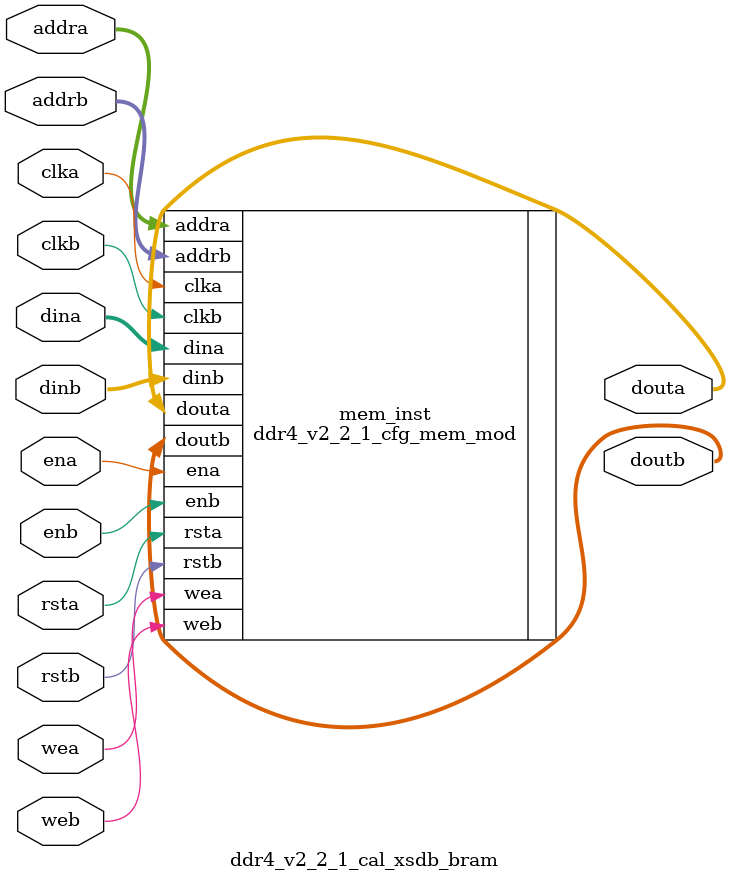
<source format=sv>
/******************************************************************************
// (c) Copyright 2013 - 2014 Xilinx, Inc. All rights reserved.
//
// This file contains confidential and proprietary information
// of Xilinx, Inc. and is protected under U.S. and
// international copyright and other intellectual property
// laws.
//
// DISCLAIMER
// This disclaimer is not a license and does not grant any
// rights to the materials distributed herewith. Except as
// otherwise provided in a valid license issued to you by
// Xilinx, and to the maximum extent permitted by applicable
// law: (1) THESE MATERIALS ARE MADE AVAILABLE "AS IS" AND
// WITH ALL FAULTS, AND XILINX HEREBY DISCLAIMS ALL WARRANTIES
// AND CONDITIONS, EXPRESS, IMPLIED, OR STATUTORY, INCLUDING
// BUT NOT LIMITED TO WARRANTIES OF MERCHANTABILITY, NON-
// INFRINGEMENT, OR FITNESS FOR ANY PARTICULAR PURPOSE; and
// (2) Xilinx shall not be liable (whether in contract or tort,
// including negligence, or under any other theory of
// liability) for any loss or damage of any kind or nature
// related to, arising under or in connection with these
// materials, including for any direct, or any indirect,
// special, incidental, or consequential loss or damage
// (including loss of data, profits, goodwill, or any type of
// loss or damage suffered as a result of any action brought
// by a third party) even if such damage or loss was
// reasonably foreseeable or Xilinx had been advised of the
// possibility of the same.
//
// CRITICAL APPLICATIONS
// Xilinx products are not designed or intended to be fail-
// safe, or for use in any application requiring fail-safe
// performance, such as life-support or safety devices or
// systems, Class III medical devices, nuclear facilities,
// applications related to the deployment of airbags, or any
// other applications that could lead to death, personal
// injury, or severe property or environmental damage
// (individually and collectively, "Critical
// Applications"). Customer assumes the sole risk and
// liability of any use of Xilinx products in Critical
// Applications, subject only to applicable laws and
// regulations governing limitations on product liability.
//
// THIS COPYRIGHT NOTICE AND DISCLAIMER MUST BE RETAINED AS
// PART OF THIS FILE AT ALL TIMES.
******************************************************************************/
//   ____  ____
//  /   /\/   /
// /___/  \  /    Vendor             : Xilinx
// \   \   \/     Version            : 2.0
//  \   \         Application        : MIG
//  /   /         Filename           : ddr4_v2_2_1_cal_xsdb_bram.sv
// /___/   /\     Date Last Modified : $Date: 2015/04/23 $
// \   \  /  \    Date Created       : Tue May 13 2014
//  \___\/\___\
//
// Device           : UltraScale
// Design Name      : DDR4 SDRAM & DDR3 SDRAM
// Purpose          :
//                   ddr4_v2_2_1_cal_xsdb_bram module
// Reference        :
// Revision History :
//*****************************************************************************
`timescale 1ns / 1ps

(* bram_map="yes" *)

module ddr4_v2_2_1_cal_xsdb_bram
    #(	
    
		parameter       	  MEM                        	  =  "DDR4"
		,parameter       	  DBYTES                     	  =  8 //4
		,parameter            START_ADDRESS                   =  18
		,parameter  		  SPREAD_SHEET_VERSION            =  2
		,parameter            RTL_VERSION                     =  0
		,parameter            MEM_CODE                        =  0
		,parameter  		  MEMORY_TYPE                     =  (MEM == "DDR4") ? 2 : 1
		,parameter            MEMORY_CONFIGURATION            =  1
		,parameter            MEMORY_VOLTAGE                  =  1
        ,parameter            CLKFBOUT_MULT_PLL               =  4
        ,parameter            DIVCLK_DIVIDE_PLL               =  1
        ,parameter            CLKOUT0_DIVIDE_PLL              =  1
        ,parameter            CLKFBOUT_MULT_MMCM              =  4
        ,parameter            DIVCLK_DIVIDE_MMCM              =  1
        ,parameter            CLKOUT0_DIVIDE_MMCM             =  4
		,parameter  		  DQBITS	                      =  64
		,parameter			  NIBBLE                          =  DQBITS/4
		,parameter  		  BITS_PER_BYTE                   =  8 //DQBITS/DBYTES
		,parameter  		  SLOTS                   =  1
		,parameter  		  ABITS                           =  10
		,parameter  		  BABITS                          =  2
		,parameter       	  BGBITS              	          =  2
		,parameter       	  CKEBITS                  		  =  4
		,parameter       	  CSBITS             	          =  4
		,parameter       	  ODTBITS                    	  =  4
		,parameter       	  DRAM_WIDTH                 	  =  8      // # of DQ per DQS
		,parameter       	  RANKS                      	  =  4 // 1      //1, 2, 3, or 4
		,parameter            S_HEIGHT                        =  1
		,parameter       	  nCK_PER_CLK                	  =  1      // # of memory CKs per fabric CLK
        ,parameter            tCK                             =  2000		
		,parameter       	  DM_DBI_SETTING             	  =  7     //// 3bits requried all 7
		,parameter            BISC_EN                         =  0
		,parameter       	  USE_CS_PORT             	      =  1     //// 1 bit
		,parameter            EXTRA_CMD_DELAY                 =  0     //// 1 bit
		,parameter            REG_CTRL_ON                     =  0     // RDIMM register control
		,parameter            CA_MIRROR                       =  0     //// 1 bit
		,parameter       	  DQS_GATE                   	  =  7
		,parameter       	  WRLVL                      	  =  7
		,parameter       	  RDLVL                      	  =  7
		,parameter       	  RDLVL_DBI                       =  7
		,parameter       	  WR_DQS_DQ                  	  =  7
		,parameter       	  WR_DQS_DM_DBI                   =  7
		,parameter            WRITE_LAT                       =  7
		,parameter       	  RDLVL_COMPLEX                   =  3     ///2 bits required all 3
		,parameter       	  WR_DQS_COMPLEX                  =  3     ///2 bits required all 3
		,parameter       	  DQS_TRACKING               	  =  3
		,parameter       	  RD_VREF                    	  =  3
		,parameter       	  RD_VREF_PATTERN                 =  3
		,parameter       	  WR_VREF                    	  =  3
		,parameter       	  WR_VREF_PATTERN                 =  3
		,parameter       	  DQS_SAMPLE_CNT             	  =  127
		,parameter       	  WRLVL_SAMPLE_CNT           	  =  255
		,parameter       	  RDLVL_SAMPLE_CNT           	  =  127
		,parameter       	  COMPLEX_LOOP_CNT           	  =  255
		,parameter       	  IODELAY_QTR_CK_TAP_CNT     	  =  255
		,parameter       	  DEBUG_MESSAGES     	          =  0
		,parameter         	  MR0                     		  =  13'b0000000110000
		,parameter         	  MR1                     		  =  13'b0000100000001 //RTT_NOM=RZQ/4 (60 Ohm)
		,parameter         	  MR2                     		  =  13'b0000000011000
		,parameter         	  MR3                     		  =  13'b0000000000000
		,parameter         	  MR4                     		  =  13'b0000000000000
		,parameter         	  MR5                     		  =  13'b0010000000000
		,parameter         	  MR6                     		  =  13'b0100000000000
		,parameter            ODTWR                           = 16'h0000
		,parameter            ODTRD                           = 16'h0000
		,parameter            SLOT0_CONFIG                    = 0     // all 9 bits
		,parameter            SLOT1_CONFIG                    = 0     // all 9 bits
		,parameter            SLOT0_FUNC_CS                   = 0     // all 9 bits
		,parameter            SLOT1_FUNC_CS                   = 0     // all 9 bits
		,parameter            SLOT0_ODD_CS                    = 0     // all 9 bits
		,parameter            SLOT1_ODD_CS                    = 0     // all 9 bits
		,parameter            DDR4_REG_RC03                   = 0     // all 9 bits
		,parameter            DDR4_REG_RC04                   = 0     // all 9 bits
		,parameter            DDR4_REG_RC05                   = 0     // all 9 bits
		,parameter            DDR4_REG_RC3X                   = 0     // all 9 bits
		
		,parameter         	  MR0_0                   		  =  MR0[8:0]
		,parameter         	  MR0_1                   		  =  {5'b0,MR0[12:9]}
		,parameter         	  MR1_0                   		  =  MR1[8:0]
		,parameter         	  MR1_1                   		  =  {5'b0,MR1[12:9]}
		,parameter         	  MR2_0                   	 	  =  MR2[8:0]
		,parameter         	  MR2_1                   		  =  {5'b0,MR2[12:9]}
		,parameter         	  MR3_0                   		  =  MR3[8:0]
		,parameter         	  MR3_1                   		  =  {5'b0,MR3[12:9]}
		,parameter         	  MR4_0                   		  =  MR4[8:0]
		,parameter         	  MR4_1                   		  =  {5'b0,MR4[12:9]}
		,parameter         	  MR5_0                   		  =  MR5[8:0]
		,parameter         	  MR5_1                   		  =  {5'b0,MR5[12:9]}
		,parameter         	  MR6_0                   		  =  MR6[8:0]
		,parameter         	  MR6_1                   		  =  {5'b0,MR6[12:9]}
  
       ,parameter NUM_BRAMS    = 1
	   ,parameter SIZE         = 36 * 1024 * NUM_BRAMS
    // Specify INITs as 9 bit blocks (256 locations per blockRAM)
       ,parameter ADDR_WIDTH   = 16
	   ,parameter DATA_WIDTH   = 9
       ,parameter PIPELINE_REG = 1 
    )
  (
	
		clka,
		clkb,
		ena,
		enb,
		addra,
		addrb,
		dina,
		dinb,
		douta,
		doutb,
		wea,
		web,
		rsta,
		rstb
);
input clka;
input clkb;
input ena;
input enb;
input [ADDR_WIDTH-1:0]addra;
input [ADDR_WIDTH-1:0]addrb;
input [DATA_WIDTH-1:0]dina;
input [DATA_WIDTH-1:0]dinb;
input wea;
input web;
input rsta;
input rstb;
output reg [DATA_WIDTH-1:0]douta;
output reg [DATA_WIDTH-1:0]doutb;


// Initial values to the BlockRam 0
localparam [8:0] mem0_init_0 = {4'b0,START_ADDRESS[4:0]};
localparam [8:0] mem0_init_1 = 9'b0;
localparam [8:0] mem0_init_2 = 9'b0;
localparam [8:0] mem0_init_3 = {5'b0,SPREAD_SHEET_VERSION[3:0]};
localparam [8:0] mem0_init_4 = {6'b0,MEMORY_TYPE[2:0]};
localparam [8:0] mem0_init_5 = {7'b0,RANKS[1:0]};
localparam [8:0] mem0_init_6 = DBYTES[8:0]; // MAN - repeats DBYTES parameter (may hardwire to BYTES for initial SW compatability)
localparam [8:0] mem0_init_7 = NIBBLE[8:0];
localparam [8:0] mem0_init_8 = BITS_PER_BYTE[8:0];
localparam [8:0] mem0_init_9 = 9'b1;
localparam [8:0] mem0_init_10 = 9'b1;
localparam [8:0] mem0_init_11 = 9'b1;
localparam [8:0] mem0_init_12 = SLOTS;
localparam [8:0] mem0_init_13 = 9'b0;
localparam [8:0] mem0_init_14 = 9'b0;
localparam [8:0] mem0_init_15 = 9'b0;
localparam [8:0] mem0_init_16 = 9'b0;
localparam [8:0] mem0_init_17 = 9'b0;
localparam [8:0] mem0_init_18 = RTL_VERSION[8:0];
localparam [8:0] mem0_init_19 = 9'b0;
localparam [8:0] mem0_init_20 = NUM_BRAMS[8:0];
localparam [8:0] mem0_init_21 = {BGBITS[1:0],BABITS[1:0],ABITS[4:0]};
localparam [8:0] mem0_init_22 = {ODTBITS[2:0],CSBITS[2:0],CKEBITS[2:0]};
localparam [8:0] mem0_init_23 = DBYTES[8:0];
localparam [8:0] mem0_init_24 = DRAM_WIDTH[8:0];
localparam [8:0] mem0_init_25 = {CA_MIRROR[0],REG_CTRL_ON[0],EXTRA_CMD_DELAY[0],USE_CS_PORT[0],BISC_EN[0],DM_DBI_SETTING[2:0],nCK_PER_CLK[0]};
localparam [8:0] mem0_init_26 = {RDLVL[2:0],WRLVL[2:0],DQS_GATE[2:0]};
localparam [8:0] mem0_init_27 = {WR_DQS_DM_DBI[2:0],WR_DQS_DQ[2:0],RDLVL_DBI[2:0]};
localparam [8:0] mem0_init_28 = {WR_DQS_COMPLEX[2:0],RDLVL_COMPLEX[2:0],WRITE_LAT[2:0]};
localparam [8:0] mem0_init_29 = {DEBUG_MESSAGES[0],RD_VREF_PATTERN[1:0],WR_VREF_PATTERN[1:0],RD_VREF[1:0],WR_VREF[1:0]};
localparam [8:0] mem0_init_30 = {7'b0,DQS_TRACKING[1:0]};
localparam [8:0] mem0_init_31 = DQS_SAMPLE_CNT[8:0];
localparam [8:0] mem0_init_32 = WRLVL_SAMPLE_CNT[8:0];
localparam [8:0] mem0_init_33 = RDLVL_SAMPLE_CNT[8:0];
localparam [8:0] mem0_init_34 = COMPLEX_LOOP_CNT[8:0];
localparam [8:0] mem0_init_35 = IODELAY_QTR_CK_TAP_CNT[8:0];
localparam [8:0] mem0_init_36 = {5'b0,S_HEIGHT[3:0]};
localparam [8:0] mem0_init_37 = 9'b0;
localparam [8:0] mem0_init_38 = 9'b0;
localparam [8:0] mem0_init_39 = 9'b0;
localparam [8:0] mem0_init_40 = {1'b0, ODTWR[7:0]};
localparam [8:0] mem0_init_41 = {1'b0, ODTWR[15:8]};
localparam [8:0] mem0_init_42 = {1'b0, ODTRD[7:0]};
localparam [8:0] mem0_init_43 = {1'b0, ODTRD[15:8]};
localparam [8:0] mem0_init_44 = SLOT0_CONFIG;
localparam [8:0] mem0_init_45 = SLOT1_CONFIG;
localparam [8:0] mem0_init_46 = SLOT0_FUNC_CS;
localparam [8:0] mem0_init_47 = SLOT1_FUNC_CS;
localparam [8:0] mem0_init_48 = SLOT0_ODD_CS;
localparam [8:0] mem0_init_49 = SLOT1_ODD_CS;
localparam [8:0] mem0_init_50 = DDR4_REG_RC03;
localparam [8:0] mem0_init_51 = DDR4_REG_RC04;
localparam [8:0] mem0_init_52 = DDR4_REG_RC05;
localparam [8:0] mem0_init_53 = DDR4_REG_RC3X;
localparam [8:0] mem0_init_54 = MR0_0[8:0];
localparam [8:0] mem0_init_55 = MR0_1[8:0];
localparam [8:0] mem0_init_56 = MR1_0[8:0];
localparam [8:0] mem0_init_57 = MR1_1[8:0];
localparam [8:0] mem0_init_58 = MR2_0[8:0];
localparam [8:0] mem0_init_59 = MR2_1[8:0];
localparam [8:0] mem0_init_60 = MR3_0[8:0];
localparam [8:0] mem0_init_61 = MR3_1[8:0];
localparam [8:0] mem0_init_62 = MR4_0[8:0];
localparam [8:0] mem0_init_63 = MR4_1[8:0];
localparam [8:0] mem0_init_64 = MR5_0[8:0];
localparam [8:0] mem0_init_65 = MR5_1[8:0];
localparam [8:0] mem0_init_66 = MR6_0[8:0];
localparam [8:0] mem0_init_67 = MR6_1[8:0];
localparam [8:0] mem0_init_68 = 9'b0;
localparam [8:0] mem0_init_69 = tCK[8:0];
localparam [8:0] mem0_init_70 = tCK[16:9];
localparam [8:0] mem0_init_71 = MEMORY_CONFIGURATION[8:0];
localparam [8:0] mem0_init_72 = MEMORY_VOLTAGE[8:0];
localparam [8:0] mem0_init_73 = CLKFBOUT_MULT_PLL[8:0];
localparam [8:0] mem0_init_74 = DIVCLK_DIVIDE_PLL[8:0];
localparam [8:0] mem0_init_75 = CLKFBOUT_MULT_MMCM[8:0];
localparam [8:0] mem0_init_76 = DIVCLK_DIVIDE_MMCM[8:0];
localparam [8:0] mem0_init_77 = 9'b0;
localparam [8:0] mem0_init_78 = 9'b0;
localparam [8:0] mem0_init_79 = 9'b0;
localparam [8:0] mem0_init_80 = 9'b0;
localparam [8:0] mem0_init_81 = 9'b0;
localparam [8:0] mem0_init_82 = 9'b0;
localparam [8:0] mem0_init_83 = 9'b0;
localparam [8:0] mem0_init_84 = 9'b0;
localparam [8:0] mem0_init_85 = 9'b0;
localparam [8:0] mem0_init_86 = 9'b0;
localparam [8:0] mem0_init_87 = 9'b0;
localparam [8:0] mem0_init_88 = 9'b0;
localparam [8:0] mem0_init_89 = 9'b0;
localparam [8:0] mem0_init_90 = 9'b0;
localparam [8:0] mem0_init_91 = 9'b0;
localparam [8:0] mem0_init_92 = 9'b0;
localparam [8:0] mem0_init_93 = 9'b0;
localparam [8:0] mem0_init_94 = 9'b0;
localparam [8:0] mem0_init_95 = 9'b0;
localparam [8:0] mem0_init_96 = 9'b0;
localparam [8:0] mem0_init_97 = 9'b0;
localparam [8:0] mem0_init_98 = 9'b0;
localparam [8:0] mem0_init_99 = 9'b0;
localparam [8:0] mem0_init_100 = 9'b0;
localparam [8:0] mem0_init_101 = 9'b0;
localparam [8:0] mem0_init_102 = 9'b0;
localparam [8:0] mem0_init_103 = 9'b0;
localparam [8:0] mem0_init_104 = 9'b0;
localparam [8:0] mem0_init_105 = 9'b0;
localparam [8:0] mem0_init_106 = 9'b0;
localparam [8:0] mem0_init_107 = 9'b0;
localparam [8:0] mem0_init_108 = 9'b0;
localparam [8:0] mem0_init_109 = 9'b0;
localparam [8:0] mem0_init_110 = 9'b0;
localparam [8:0] mem0_init_111 = 9'b0;
localparam [8:0] mem0_init_112 = 9'b0;
localparam [8:0] mem0_init_113 = 9'b0;
localparam [8:0] mem0_init_114 = 9'b0;
localparam [8:0] mem0_init_115 = 9'b0;
localparam [8:0] mem0_init_116 = 9'b0;
localparam [8:0] mem0_init_117 = 9'b0;
localparam [8:0] mem0_init_118 = 9'b0;
localparam [8:0] mem0_init_119 = 9'b0;
localparam [8:0] mem0_init_120 = 9'b0;
localparam [8:0] mem0_init_121 = 9'b0;
localparam [8:0] mem0_init_122 = 9'b0;
localparam [8:0] mem0_init_123 = 9'b0;
localparam [8:0] mem0_init_124 = 9'b0;
localparam [8:0] mem0_init_125 = 9'b0;
localparam [8:0] mem0_init_126 = 9'b0;
localparam [8:0] mem0_init_127 = 9'b0;
localparam [8:0] mem0_init_128 = 9'b0;
localparam [8:0] mem0_init_129 = 9'b0;
localparam [8:0] mem0_init_130 = 9'b0;
localparam [8:0] mem0_init_131 = 9'b0;
localparam [8:0] mem0_init_132 = 9'b0;
localparam [8:0] mem0_init_133 = 9'b0;
localparam [8:0] mem0_init_134 = 9'b0;
localparam [8:0] mem0_init_135 = 9'b0;
localparam [8:0] mem0_init_136 = 9'b0;
localparam [8:0] mem0_init_137 = 9'b0;
localparam [8:0] mem0_init_138 = 9'b0;
localparam [8:0] mem0_init_139 = 9'b0;
localparam [8:0] mem0_init_140 = 9'b0;
localparam [8:0] mem0_init_141 = 9'b0;
localparam [8:0] mem0_init_142 = 9'b0;
localparam [8:0] mem0_init_143 = 9'b0;
localparam [8:0] mem0_init_144 = 9'b0;
localparam [8:0] mem0_init_145 = 9'b0;
localparam [8:0] mem0_init_146 = 9'b0;
localparam [8:0] mem0_init_147 = 9'b0;
localparam [8:0] mem0_init_148 = 9'b0;
localparam [8:0] mem0_init_149 = 9'b0;
localparam [8:0] mem0_init_150 = 9'b0;
localparam [8:0] mem0_init_151 = 9'b0;
localparam [8:0] mem0_init_152 = 9'b0;
localparam [8:0] mem0_init_153 = 9'b0;
localparam [8:0] mem0_init_154 = 9'b0;
localparam [8:0] mem0_init_155 = 9'b0;
localparam [8:0] mem0_init_156 = 9'b0;
localparam [8:0] mem0_init_157 = 9'b0;
localparam [8:0] mem0_init_158 = 9'b0;
localparam [8:0] mem0_init_159 = 9'b0;
localparam [8:0] mem0_init_160 = 9'b0;
localparam [8:0] mem0_init_161 = 9'b0;
localparam [8:0] mem0_init_162 = 9'b0;
localparam [8:0] mem0_init_163 = 9'b0;
localparam [8:0] mem0_init_164 = 9'b0;
localparam [8:0] mem0_init_165 = 9'b0;
localparam [8:0] mem0_init_166 = 9'b0;
localparam [8:0] mem0_init_167 = 9'b0;
localparam [8:0] mem0_init_168 = 9'b0;
localparam [8:0] mem0_init_169 = 9'b0;
localparam [8:0] mem0_init_170 = 9'b0;
localparam [8:0] mem0_init_171 = 9'b0;
localparam [8:0] mem0_init_172 = 9'b0;
localparam [8:0] mem0_init_173 = 9'b0;
localparam [8:0] mem0_init_174 = 9'b0;
localparam [8:0] mem0_init_175 = 9'b0;
localparam [8:0] mem0_init_176 = 9'b0;
localparam [8:0] mem0_init_177 = 9'b0;
localparam [8:0] mem0_init_178 = 9'b0;
localparam [8:0] mem0_init_179 = 9'b0;
localparam [8:0] mem0_init_180 = 9'b0;
localparam [8:0] mem0_init_181 = 9'b0;
localparam [8:0] mem0_init_182 = 9'b0;
localparam [8:0] mem0_init_183 = 9'b0;
localparam [8:0] mem0_init_184 = 9'b0;
localparam [8:0] mem0_init_185 = 9'b0;
localparam [8:0] mem0_init_186 = 9'b0;
localparam [8:0] mem0_init_187 = 9'b0;
localparam [8:0] mem0_init_188 = 9'b0;
localparam [8:0] mem0_init_189 = 9'b0;
localparam [8:0] mem0_init_190 = 9'b0;
localparam [8:0] mem0_init_191 = 9'b0;
localparam [8:0] mem0_init_192 = 9'b0;
localparam [8:0] mem0_init_193 = 9'b0;
localparam [8:0] mem0_init_194 = 9'b0;
localparam [8:0] mem0_init_195 = 9'b0;
localparam [8:0] mem0_init_196 = 9'b0;
localparam [8:0] mem0_init_197 = 9'b0;
localparam [8:0] mem0_init_198 = 9'b0;
localparam [8:0] mem0_init_199 = 9'b0;
localparam [8:0] mem0_init_200 = 9'b0;
localparam [8:0] mem0_init_201 = 9'b0;
localparam [8:0] mem0_init_202 = 9'b0;
localparam [8:0] mem0_init_203 = 9'b0;
localparam [8:0] mem0_init_204 = 9'b0;
localparam [8:0] mem0_init_205 = 9'b0;
localparam [8:0] mem0_init_206 = 9'b0;
localparam [8:0] mem0_init_207 = 9'b0;
localparam [8:0] mem0_init_208 = 9'b0;
localparam [8:0] mem0_init_209 = 9'b0;
localparam [8:0] mem0_init_210 = 9'b0;
localparam [8:0] mem0_init_211 = 9'b0;
localparam [8:0] mem0_init_212 = 9'b0;
localparam [8:0] mem0_init_213 = 9'b0;
localparam [8:0] mem0_init_214 = 9'b0;
localparam [8:0] mem0_init_215 = 9'b0;
localparam [8:0] mem0_init_216 = 9'b0;
localparam [8:0] mem0_init_217 = 9'b0;
localparam [8:0] mem0_init_218 = 9'b0;
localparam [8:0] mem0_init_219 = 9'b0;
localparam [8:0] mem0_init_220 = 9'b0;
localparam [8:0] mem0_init_221 = 9'b0;
localparam [8:0] mem0_init_222 = 9'b0;
localparam [8:0] mem0_init_223 = 9'b0;
localparam [8:0] mem0_init_224 = 9'b0;
localparam [8:0] mem0_init_225 = 9'b0;
localparam [8:0] mem0_init_226 = 9'b0;
localparam [8:0] mem0_init_227 = 9'b0;
localparam [8:0] mem0_init_228 = 9'b0;
localparam [8:0] mem0_init_229 = 9'b0;
localparam [8:0] mem0_init_230 = 9'b0;
localparam [8:0] mem0_init_231 = 9'b0;
localparam [8:0] mem0_init_232 = 9'b0;
localparam [8:0] mem0_init_233 = 9'b0;
localparam [8:0] mem0_init_234 = 9'b0;
localparam [8:0] mem0_init_235 = 9'b0;
localparam [8:0] mem0_init_236 = 9'b0;
localparam [8:0] mem0_init_237 = 9'b0;
localparam [8:0] mem0_init_238 = 9'b0;
localparam [8:0] mem0_init_239 = 9'b0;
localparam [8:0] mem0_init_240 = 9'b0;
localparam [8:0] mem0_init_241 = 9'b0;
localparam [8:0] mem0_init_242 = 9'b0;
localparam [8:0] mem0_init_243 = 9'b0;
localparam [8:0] mem0_init_244 = 9'b0;
localparam [8:0] mem0_init_245 = 9'b0;
localparam [8:0] mem0_init_246 = 9'b0;
localparam [8:0] mem0_init_247 = 9'b0;
localparam [8:0] mem0_init_248 = 9'b0;
localparam [8:0] mem0_init_249 = 9'b0;
localparam [8:0] mem0_init_250 = 9'b0;
localparam [8:0] mem0_init_251 = 9'b0;
localparam [8:0] mem0_init_252 = 9'b0;
localparam [8:0] mem0_init_253 = 9'b0;
localparam [8:0] mem0_init_254 = 9'b0;
localparam [8:0] mem0_init_255 = 9'b0;

localparam [256*9-1:0] INIT_BRAM0 = {mem0_init_255,mem0_init_254,mem0_init_253,mem0_init_252,mem0_init_251,mem0_init_250,mem0_init_249,mem0_init_248,mem0_init_247,mem0_init_246,mem0_init_245,mem0_init_244,mem0_init_243,mem0_init_242,mem0_init_241,mem0_init_240,mem0_init_239,mem0_init_238,mem0_init_237,mem0_init_236,mem0_init_235,mem0_init_234,mem0_init_233,mem0_init_232,mem0_init_231,mem0_init_230,mem0_init_229,mem0_init_228,mem0_init_227,mem0_init_226,mem0_init_225,mem0_init_224,mem0_init_223,mem0_init_222,mem0_init_221,mem0_init_220,mem0_init_219,mem0_init_218,mem0_init_217,mem0_init_216,mem0_init_215,mem0_init_214,mem0_init_213,mem0_init_212,mem0_init_211,mem0_init_210,mem0_init_209,mem0_init_208,mem0_init_207,mem0_init_206,mem0_init_205,mem0_init_204,mem0_init_203,mem0_init_202,mem0_init_201,mem0_init_200,mem0_init_199,mem0_init_198,mem0_init_197,mem0_init_196,mem0_init_195,mem0_init_194,mem0_init_193,mem0_init_192,mem0_init_191,mem0_init_190,mem0_init_189,mem0_init_188,mem0_init_187,mem0_init_186,mem0_init_185,mem0_init_184,mem0_init_183,mem0_init_182,mem0_init_181,mem0_init_180,mem0_init_179,mem0_init_178,mem0_init_177,mem0_init_176,mem0_init_175,mem0_init_174,mem0_init_173,mem0_init_172,mem0_init_171,mem0_init_170,mem0_init_169,mem0_init_168,mem0_init_167,mem0_init_166,mem0_init_165,mem0_init_164,mem0_init_163,mem0_init_162,mem0_init_161,mem0_init_160,mem0_init_159,mem0_init_158,mem0_init_157,mem0_init_156,mem0_init_155,mem0_init_154,mem0_init_153,mem0_init_152,mem0_init_151,mem0_init_150,mem0_init_149,mem0_init_148,mem0_init_147,mem0_init_146,mem0_init_145,mem0_init_144,mem0_init_143,mem0_init_142,mem0_init_141,mem0_init_140,mem0_init_139,mem0_init_138,mem0_init_137,mem0_init_136,mem0_init_135,mem0_init_134,mem0_init_133,mem0_init_132,mem0_init_131,mem0_init_130,mem0_init_129,mem0_init_128,mem0_init_127,mem0_init_126,mem0_init_125,mem0_init_124,mem0_init_123,mem0_init_122,mem0_init_121,mem0_init_120,mem0_init_119,mem0_init_118,mem0_init_117,mem0_init_116,mem0_init_115,mem0_init_114,mem0_init_113,mem0_init_112,mem0_init_111,mem0_init_110,mem0_init_109,mem0_init_108,mem0_init_107,mem0_init_106,mem0_init_105,mem0_init_104,mem0_init_103,mem0_init_102,mem0_init_101,mem0_init_100,mem0_init_99,mem0_init_98,mem0_init_97,mem0_init_96,mem0_init_95,mem0_init_94,mem0_init_93,mem0_init_92,mem0_init_91,mem0_init_90,mem0_init_89,mem0_init_88,mem0_init_87,mem0_init_86,mem0_init_85,mem0_init_84,mem0_init_83,mem0_init_82,mem0_init_81,mem0_init_80,mem0_init_79,mem0_init_78,mem0_init_77,mem0_init_76,mem0_init_75,mem0_init_74,mem0_init_73,mem0_init_72,mem0_init_71,mem0_init_70,mem0_init_69,mem0_init_68,mem0_init_67,mem0_init_66,mem0_init_65,mem0_init_64,mem0_init_63,mem0_init_62,mem0_init_61,mem0_init_60,mem0_init_59,mem0_init_58,mem0_init_57,mem0_init_56,mem0_init_55,mem0_init_54,mem0_init_53,mem0_init_52,mem0_init_51,mem0_init_50,mem0_init_49,mem0_init_48,mem0_init_47,mem0_init_46,mem0_init_45,mem0_init_44,mem0_init_43,mem0_init_42,mem0_init_41,mem0_init_40,mem0_init_39,mem0_init_38,mem0_init_37,mem0_init_36,mem0_init_35,mem0_init_34,mem0_init_33,mem0_init_32,mem0_init_31,mem0_init_30,mem0_init_29,mem0_init_28,mem0_init_27,mem0_init_26,mem0_init_25,mem0_init_24,mem0_init_23,mem0_init_22,mem0_init_21,mem0_init_20,mem0_init_19,mem0_init_18,mem0_init_17,mem0_init_16,mem0_init_15,mem0_init_14,mem0_init_13,mem0_init_12,mem0_init_11,mem0_init_10,mem0_init_9,mem0_init_8,mem0_init_7,mem0_init_6,mem0_init_5,mem0_init_4,mem0_init_3,mem0_init_2,mem0_init_1,mem0_init_0};

// Populate INIT's for rest of BlockRAMs if required
localparam [256*9*NUM_BRAMS-1:0] INIT = ( NUM_BRAMS == 1 ) ? INIT_BRAM0 : ( NUM_BRAMS == 2 ) ? {2304'b0 ,INIT_BRAM0} : {{2{2304'b0}} ,INIT_BRAM0};

ddr4_v2_2_1_cfg_mem_mod # (
               .SIZE(SIZE),
               .INIT(INIT),
               .ADDR_WIDTH(ADDR_WIDTH),
               .DATA_WIDTH(9),
               .PIPELINE_REG(PIPELINE_REG)
              )
     mem_inst (
                .clka(clka),
                .clkb(clkb),
                .ena(ena),
                .enb(enb),
                .addra(addra),
                .addrb(addrb),
                .dina(dina),
                .dinb(dinb),
                .wea(wea),
                .web(web),
                .rsta(rsta),
                .rstb(rstb),
                .douta(douta),
                .doutb(doutb)
               );

endmodule


</source>
